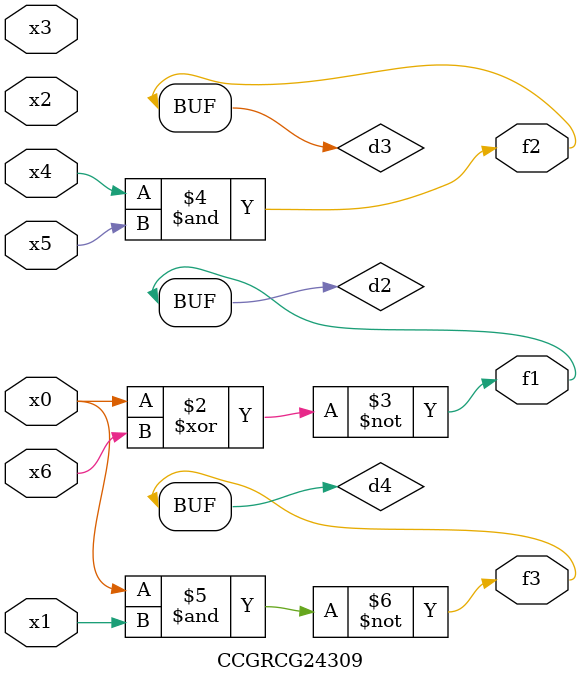
<source format=v>
module CCGRCG24309(
	input x0, x1, x2, x3, x4, x5, x6,
	output f1, f2, f3
);

	wire d1, d2, d3, d4;

	nor (d1, x0);
	xnor (d2, x0, x6);
	and (d3, x4, x5);
	nand (d4, x0, x1);
	assign f1 = d2;
	assign f2 = d3;
	assign f3 = d4;
endmodule

</source>
